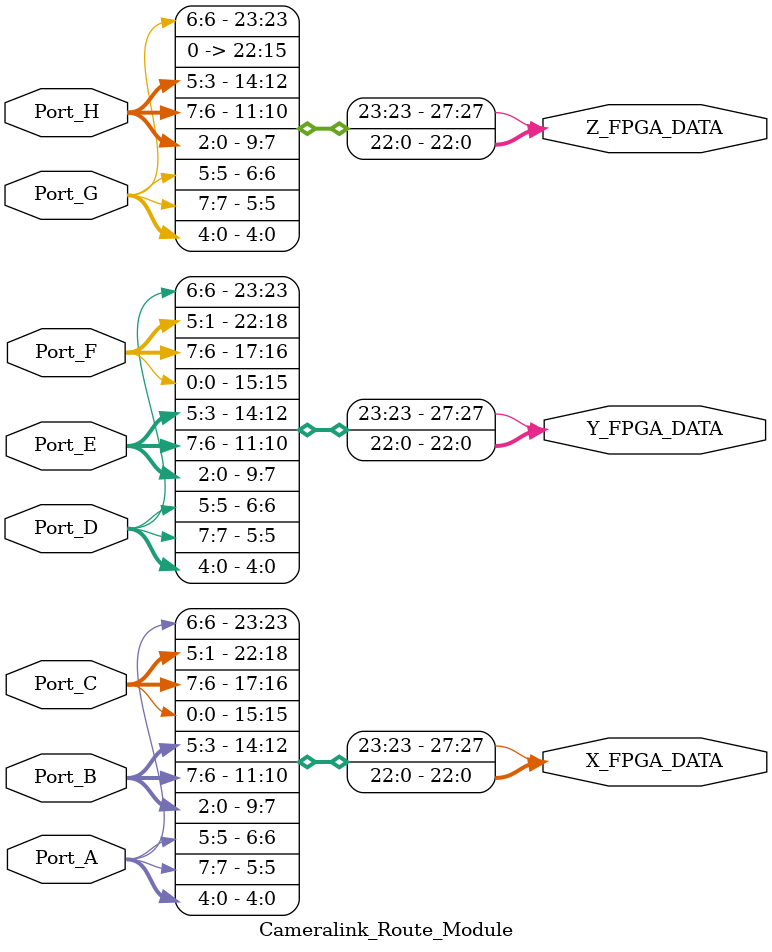
<source format=v>
`timescale 1ns / 1ps


module Cameralink_Route_Module (
    //base
    input  [ 7:0] Port_A,
    input  [ 7:0] Port_B,
    input  [ 7:0] Port_C,
    //medium
    input  [ 7:0] Port_D,
    input  [ 7:0] Port_E,
    input  [ 7:0] Port_F,
    //full
    input  [ 7:0] Port_G,
    input  [ 7:0] Port_H,
    //out
    output [27:0] X_FPGA_DATA,
    output [27:0] Y_FPGA_DATA,
    output [27:0] Z_FPGA_DATA

);
  assign X_FPGA_DATA[0]  = Port_A[0];
  assign X_FPGA_DATA[1]  = Port_A[1];
  assign X_FPGA_DATA[2]  = Port_A[2];
  assign X_FPGA_DATA[3]  = Port_A[3];
  assign X_FPGA_DATA[4]  = Port_A[4];
  assign X_FPGA_DATA[6]  = Port_A[5];
  assign X_FPGA_DATA[27] = Port_A[6];
  assign X_FPGA_DATA[5]  = Port_A[7];
  assign X_FPGA_DATA[7]  = Port_B[0];
  assign X_FPGA_DATA[8]  = Port_B[1];
  assign X_FPGA_DATA[9]  = Port_B[2];
  assign X_FPGA_DATA[12] = Port_B[3];
  assign X_FPGA_DATA[13] = Port_B[4];
  assign X_FPGA_DATA[14] = Port_B[5];
  assign X_FPGA_DATA[10] = Port_B[6];
  assign X_FPGA_DATA[11] = Port_B[7];
  assign X_FPGA_DATA[15] = Port_C[0];
  assign X_FPGA_DATA[18] = Port_C[1];
  assign X_FPGA_DATA[19] = Port_C[2];
  assign X_FPGA_DATA[20] = Port_C[3];
  assign X_FPGA_DATA[21] = Port_C[4];
  assign X_FPGA_DATA[22] = Port_C[5];
  assign X_FPGA_DATA[16] = Port_C[6];
  assign X_FPGA_DATA[17] = Port_C[7];

  assign Y_FPGA_DATA[0]  = Port_D[0];
  assign Y_FPGA_DATA[1]  = Port_D[1];
  assign Y_FPGA_DATA[2]  = Port_D[2];
  assign Y_FPGA_DATA[3]  = Port_D[3];
  assign Y_FPGA_DATA[4]  = Port_D[4];
  assign Y_FPGA_DATA[6]  = Port_D[5];
  assign Y_FPGA_DATA[27] = Port_D[6];
  assign Y_FPGA_DATA[5]  = Port_D[7];
  assign Y_FPGA_DATA[7]  = Port_E[0];
  assign Y_FPGA_DATA[8]  = Port_E[1];
  assign Y_FPGA_DATA[9]  = Port_E[2];
  assign Y_FPGA_DATA[12] = Port_E[3];
  assign Y_FPGA_DATA[13] = Port_E[4];
  assign Y_FPGA_DATA[14] = Port_E[5];
  assign Y_FPGA_DATA[10] = Port_E[6];
  assign Y_FPGA_DATA[11] = Port_E[7];
  assign Y_FPGA_DATA[15] = Port_F[0];
  assign Y_FPGA_DATA[18] = Port_F[1];
  assign Y_FPGA_DATA[19] = Port_F[2];
  assign Y_FPGA_DATA[20] = Port_F[3];
  assign Y_FPGA_DATA[21] = Port_F[4];
  assign Y_FPGA_DATA[22] = Port_F[5];
  assign Y_FPGA_DATA[16] = Port_F[6];
  assign Y_FPGA_DATA[17] = Port_F[7];

  assign Z_FPGA_DATA[0]  = Port_G[0];
  assign Z_FPGA_DATA[1]  = Port_G[1];
  assign Z_FPGA_DATA[2]  = Port_G[2];
  assign Z_FPGA_DATA[3]  = Port_G[3];
  assign Z_FPGA_DATA[4]  = Port_G[4];
  assign Z_FPGA_DATA[6]  = Port_G[5];
  assign Z_FPGA_DATA[27] = Port_G[6];
  assign Z_FPGA_DATA[5]  = Port_G[7];
  assign Z_FPGA_DATA[7]  = Port_H[0];
  assign Z_FPGA_DATA[8]  = Port_H[1];
  assign Z_FPGA_DATA[9]  = Port_H[2];
  assign Z_FPGA_DATA[12] = Port_H[3];
  assign Z_FPGA_DATA[13] = Port_H[4];
  assign Z_FPGA_DATA[14] = Port_H[5];
  assign Z_FPGA_DATA[10] = Port_H[6];
  assign Z_FPGA_DATA[11] = Port_H[7];
  assign Z_FPGA_DATA[15] = 1'b0;
  assign Z_FPGA_DATA[18] = 1'b0;
  assign Z_FPGA_DATA[19] = 1'b0;
  assign Z_FPGA_DATA[20] = 1'b0;
  assign Z_FPGA_DATA[21] = 1'b0;
  assign Z_FPGA_DATA[22] = 1'b0;
  assign Z_FPGA_DATA[16] = 1'b0;
  assign Z_FPGA_DATA[17] = 1'b0;
endmodule

</source>
